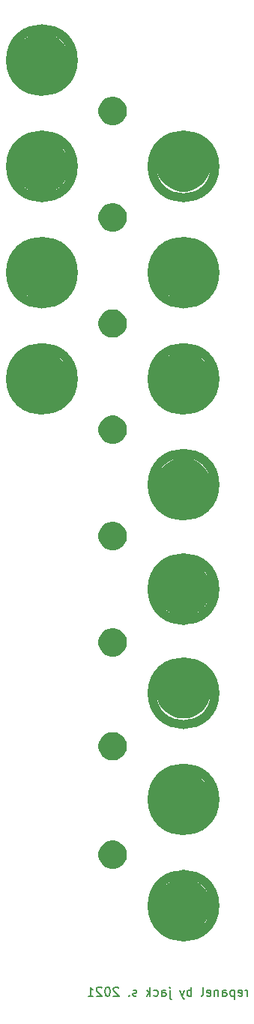
<source format=gbr>
G04 #@! TF.GenerationSoftware,KiCad,Pcbnew,(5.1.5-0)*
G04 #@! TF.CreationDate,2021-01-12T22:55:02-08:00*
G04 #@! TF.ProjectId,statues,73746174-7565-4732-9e6b-696361645f70,rev?*
G04 #@! TF.SameCoordinates,Original*
G04 #@! TF.FileFunction,Soldermask,Bot*
G04 #@! TF.FilePolarity,Negative*
%FSLAX46Y46*%
G04 Gerber Fmt 4.6, Leading zero omitted, Abs format (unit mm)*
G04 Created by KiCad (PCBNEW (5.1.5-0)) date 2021-01-12 22:55:02*
%MOMM*%
%LPD*%
G04 APERTURE LIST*
%ADD10C,0.150000*%
%ADD11C,1.000000*%
%ADD12C,0.100000*%
G04 APERTURE END LIST*
D10*
X35726190Y-221202380D02*
X35726190Y-220535714D01*
X35726190Y-220726190D02*
X35678571Y-220630952D01*
X35630952Y-220583333D01*
X35535714Y-220535714D01*
X35440476Y-220535714D01*
X34726190Y-221154761D02*
X34821428Y-221202380D01*
X35011904Y-221202380D01*
X35107142Y-221154761D01*
X35154761Y-221059523D01*
X35154761Y-220678571D01*
X35107142Y-220583333D01*
X35011904Y-220535714D01*
X34821428Y-220535714D01*
X34726190Y-220583333D01*
X34678571Y-220678571D01*
X34678571Y-220773809D01*
X35154761Y-220869047D01*
X34250000Y-220535714D02*
X34250000Y-221535714D01*
X34250000Y-220583333D02*
X34154761Y-220535714D01*
X33964285Y-220535714D01*
X33869047Y-220583333D01*
X33821428Y-220630952D01*
X33773809Y-220726190D01*
X33773809Y-221011904D01*
X33821428Y-221107142D01*
X33869047Y-221154761D01*
X33964285Y-221202380D01*
X34154761Y-221202380D01*
X34250000Y-221154761D01*
X32916666Y-221202380D02*
X32916666Y-220678571D01*
X32964285Y-220583333D01*
X33059523Y-220535714D01*
X33249999Y-220535714D01*
X33345238Y-220583333D01*
X32916666Y-221154761D02*
X33011904Y-221202380D01*
X33249999Y-221202380D01*
X33345238Y-221154761D01*
X33392857Y-221059523D01*
X33392857Y-220964285D01*
X33345238Y-220869047D01*
X33249999Y-220821428D01*
X33011904Y-220821428D01*
X32916666Y-220773809D01*
X32440476Y-220535714D02*
X32440476Y-221202380D01*
X32440476Y-220630952D02*
X32392857Y-220583333D01*
X32297619Y-220535714D01*
X32154761Y-220535714D01*
X32059523Y-220583333D01*
X32011904Y-220678571D01*
X32011904Y-221202380D01*
X31154761Y-221154761D02*
X31249999Y-221202380D01*
X31440476Y-221202380D01*
X31535714Y-221154761D01*
X31583333Y-221059523D01*
X31583333Y-220678571D01*
X31535714Y-220583333D01*
X31440476Y-220535714D01*
X31249999Y-220535714D01*
X31154761Y-220583333D01*
X31107142Y-220678571D01*
X31107142Y-220773809D01*
X31583333Y-220869047D01*
X30535714Y-221202380D02*
X30630952Y-221154761D01*
X30678571Y-221059523D01*
X30678571Y-220202380D01*
X29392857Y-221202380D02*
X29392857Y-220202380D01*
X29392857Y-220583333D02*
X29297619Y-220535714D01*
X29107142Y-220535714D01*
X29011904Y-220583333D01*
X28964285Y-220630952D01*
X28916666Y-220726190D01*
X28916666Y-221011904D01*
X28964285Y-221107142D01*
X29011904Y-221154761D01*
X29107142Y-221202380D01*
X29297619Y-221202380D01*
X29392857Y-221154761D01*
X28583333Y-220535714D02*
X28345238Y-221202380D01*
X28107142Y-220535714D02*
X28345238Y-221202380D01*
X28440476Y-221440476D01*
X28488095Y-221488095D01*
X28583333Y-221535714D01*
X26964285Y-220535714D02*
X26964285Y-221392857D01*
X27011904Y-221488095D01*
X27107142Y-221535714D01*
X27154761Y-221535714D01*
X26964285Y-220202380D02*
X27011904Y-220250000D01*
X26964285Y-220297619D01*
X26916666Y-220250000D01*
X26964285Y-220202380D01*
X26964285Y-220297619D01*
X26059523Y-221202380D02*
X26059523Y-220678571D01*
X26107142Y-220583333D01*
X26202380Y-220535714D01*
X26392857Y-220535714D01*
X26488095Y-220583333D01*
X26059523Y-221154761D02*
X26154761Y-221202380D01*
X26392857Y-221202380D01*
X26488095Y-221154761D01*
X26535714Y-221059523D01*
X26535714Y-220964285D01*
X26488095Y-220869047D01*
X26392857Y-220821428D01*
X26154761Y-220821428D01*
X26059523Y-220773809D01*
X25154761Y-221154761D02*
X25250000Y-221202380D01*
X25440476Y-221202380D01*
X25535714Y-221154761D01*
X25583333Y-221107142D01*
X25630952Y-221011904D01*
X25630952Y-220726190D01*
X25583333Y-220630952D01*
X25535714Y-220583333D01*
X25440476Y-220535714D01*
X25250000Y-220535714D01*
X25154761Y-220583333D01*
X24726190Y-221202380D02*
X24726190Y-220202380D01*
X24630952Y-220821428D02*
X24345238Y-221202380D01*
X24345238Y-220535714D02*
X24726190Y-220916666D01*
X23202380Y-221154761D02*
X23107142Y-221202380D01*
X22916666Y-221202380D01*
X22821428Y-221154761D01*
X22773809Y-221059523D01*
X22773809Y-221011904D01*
X22821428Y-220916666D01*
X22916666Y-220869047D01*
X23059523Y-220869047D01*
X23154761Y-220821428D01*
X23202380Y-220726190D01*
X23202380Y-220678571D01*
X23154761Y-220583333D01*
X23059523Y-220535714D01*
X22916666Y-220535714D01*
X22821428Y-220583333D01*
X22345238Y-221107142D02*
X22297619Y-221154761D01*
X22345238Y-221202380D01*
X22392857Y-221154761D01*
X22345238Y-221107142D01*
X22345238Y-221202380D01*
X21154761Y-220297619D02*
X21107142Y-220250000D01*
X21011904Y-220202380D01*
X20773809Y-220202380D01*
X20678571Y-220250000D01*
X20630952Y-220297619D01*
X20583333Y-220392857D01*
X20583333Y-220488095D01*
X20630952Y-220630952D01*
X21202380Y-221202380D01*
X20583333Y-221202380D01*
X19964285Y-220202380D02*
X19869047Y-220202380D01*
X19773809Y-220250000D01*
X19726190Y-220297619D01*
X19678571Y-220392857D01*
X19630952Y-220583333D01*
X19630952Y-220821428D01*
X19678571Y-221011904D01*
X19726190Y-221107142D01*
X19773809Y-221154761D01*
X19869047Y-221202380D01*
X19964285Y-221202380D01*
X20059523Y-221154761D01*
X20107142Y-221107142D01*
X20154761Y-221011904D01*
X20202380Y-220821428D01*
X20202380Y-220583333D01*
X20154761Y-220392857D01*
X20107142Y-220297619D01*
X20059523Y-220250000D01*
X19964285Y-220202380D01*
X19250000Y-220297619D02*
X19202380Y-220250000D01*
X19107142Y-220202380D01*
X18869047Y-220202380D01*
X18773809Y-220250000D01*
X18726190Y-220297619D01*
X18678571Y-220392857D01*
X18678571Y-220488095D01*
X18726190Y-220630952D01*
X19297619Y-221202380D01*
X18678571Y-221202380D01*
X17726190Y-221202380D02*
X18297619Y-221202380D01*
X18011904Y-221202380D02*
X18011904Y-220202380D01*
X18107142Y-220345238D01*
X18202380Y-220440476D01*
X18297619Y-220488095D01*
D11*
X32050000Y-211000000D02*
G75*
G03X32050000Y-211000000I-3550000J0D01*
G01*
X32050000Y-199000000D02*
G75*
G03X32050000Y-199000000I-3550000J0D01*
G01*
X32050000Y-187000000D02*
G75*
G03X32050000Y-187000000I-3550000J0D01*
G01*
X32050000Y-175250000D02*
G75*
G03X32050000Y-175250000I-3550000J0D01*
G01*
X32050000Y-163450000D02*
G75*
G03X32050000Y-163450000I-3550000J0D01*
G01*
X32050000Y-151500000D02*
G75*
G03X32050000Y-151500000I-3550000J0D01*
G01*
X16050000Y-151500000D02*
G75*
G03X16050000Y-151500000I-3550000J0D01*
G01*
X16050000Y-139500000D02*
G75*
G03X16050000Y-139500000I-3550000J0D01*
G01*
X32050000Y-139500000D02*
G75*
G03X32050000Y-139500000I-3550000J0D01*
G01*
X32050000Y-127500000D02*
G75*
G03X32050000Y-127500000I-3550000J0D01*
G01*
X16050000Y-127500000D02*
G75*
G03X16050000Y-127500000I-3550000J0D01*
G01*
X16050000Y-115500000D02*
G75*
G03X16050000Y-115500000I-3550000J0D01*
G01*
D12*
G36*
X29104975Y-207958585D02*
G01*
X29404528Y-208018170D01*
X29968874Y-208251930D01*
X30476772Y-208591296D01*
X30908704Y-209023228D01*
X31248070Y-209531126D01*
X31481830Y-210095472D01*
X31601000Y-210694578D01*
X31601000Y-211305422D01*
X31481830Y-211904528D01*
X31248070Y-212468874D01*
X30908704Y-212976772D01*
X30476772Y-213408704D01*
X29968874Y-213748070D01*
X29404528Y-213981830D01*
X29104975Y-214041415D01*
X28805423Y-214101000D01*
X28194577Y-214101000D01*
X27895025Y-214041415D01*
X27595472Y-213981830D01*
X27031126Y-213748070D01*
X26523228Y-213408704D01*
X26091296Y-212976772D01*
X25751930Y-212468874D01*
X25518170Y-211904528D01*
X25399000Y-211305422D01*
X25399000Y-210694578D01*
X25518170Y-210095472D01*
X25751930Y-209531126D01*
X26091296Y-209023228D01*
X26523228Y-208591296D01*
X27031126Y-208251930D01*
X27595472Y-208018170D01*
X27895025Y-207958585D01*
X28194577Y-207899000D01*
X28805423Y-207899000D01*
X29104975Y-207958585D01*
G37*
G36*
X20696217Y-203656665D02*
G01*
X20966995Y-203710525D01*
X21258358Y-203831212D01*
X21520578Y-204006422D01*
X21743578Y-204229422D01*
X21918788Y-204491642D01*
X22039475Y-204783005D01*
X22101000Y-205092315D01*
X22101000Y-205407685D01*
X22039475Y-205716995D01*
X21918788Y-206008358D01*
X21743578Y-206270578D01*
X21520578Y-206493578D01*
X21258358Y-206668788D01*
X20966995Y-206789475D01*
X20696217Y-206843335D01*
X20657686Y-206851000D01*
X20342314Y-206851000D01*
X20303783Y-206843335D01*
X20033005Y-206789475D01*
X19741642Y-206668788D01*
X19479422Y-206493578D01*
X19256422Y-206270578D01*
X19081212Y-206008358D01*
X18960525Y-205716995D01*
X18899000Y-205407685D01*
X18899000Y-205092315D01*
X18960525Y-204783005D01*
X19081212Y-204491642D01*
X19256422Y-204229422D01*
X19479422Y-204006422D01*
X19741642Y-203831212D01*
X20033005Y-203710525D01*
X20303783Y-203656665D01*
X20342314Y-203649000D01*
X20657686Y-203649000D01*
X20696217Y-203656665D01*
G37*
G36*
X29104975Y-195958585D02*
G01*
X29404528Y-196018170D01*
X29968874Y-196251930D01*
X30476772Y-196591296D01*
X30908704Y-197023228D01*
X31248070Y-197531126D01*
X31481830Y-198095472D01*
X31601000Y-198694578D01*
X31601000Y-199305422D01*
X31481830Y-199904528D01*
X31248070Y-200468874D01*
X30908704Y-200976772D01*
X30476772Y-201408704D01*
X29968874Y-201748070D01*
X29404528Y-201981830D01*
X29104975Y-202041415D01*
X28805423Y-202101000D01*
X28194577Y-202101000D01*
X27895025Y-202041415D01*
X27595472Y-201981830D01*
X27031126Y-201748070D01*
X26523228Y-201408704D01*
X26091296Y-200976772D01*
X25751930Y-200468874D01*
X25518170Y-199904528D01*
X25399000Y-199305422D01*
X25399000Y-198694578D01*
X25518170Y-198095472D01*
X25751930Y-197531126D01*
X26091296Y-197023228D01*
X26523228Y-196591296D01*
X27031126Y-196251930D01*
X27595472Y-196018170D01*
X27895025Y-195958585D01*
X28194577Y-195899000D01*
X28805423Y-195899000D01*
X29104975Y-195958585D01*
G37*
G36*
X20696217Y-191406665D02*
G01*
X20966995Y-191460525D01*
X21258358Y-191581212D01*
X21520578Y-191756422D01*
X21743578Y-191979422D01*
X21918788Y-192241642D01*
X22039475Y-192533005D01*
X22101000Y-192842315D01*
X22101000Y-193157685D01*
X22039475Y-193466995D01*
X21918788Y-193758358D01*
X21743578Y-194020578D01*
X21520578Y-194243578D01*
X21258358Y-194418788D01*
X20966995Y-194539475D01*
X20696217Y-194593335D01*
X20657686Y-194601000D01*
X20342314Y-194601000D01*
X20303783Y-194593335D01*
X20033005Y-194539475D01*
X19741642Y-194418788D01*
X19479422Y-194243578D01*
X19256422Y-194020578D01*
X19081212Y-193758358D01*
X18960525Y-193466995D01*
X18899000Y-193157685D01*
X18899000Y-192842315D01*
X18960525Y-192533005D01*
X19081212Y-192241642D01*
X19256422Y-191979422D01*
X19479422Y-191756422D01*
X19741642Y-191581212D01*
X20033005Y-191460525D01*
X20303783Y-191406665D01*
X20342314Y-191399000D01*
X20657686Y-191399000D01*
X20696217Y-191406665D01*
G37*
G36*
X29104975Y-183708585D02*
G01*
X29404528Y-183768170D01*
X29968874Y-184001930D01*
X30476772Y-184341296D01*
X30908704Y-184773228D01*
X31248070Y-185281126D01*
X31481830Y-185845472D01*
X31601000Y-186444578D01*
X31601000Y-187055422D01*
X31481830Y-187654528D01*
X31248070Y-188218874D01*
X30908704Y-188726772D01*
X30476772Y-189158704D01*
X29968874Y-189498070D01*
X29404528Y-189731830D01*
X29104975Y-189791415D01*
X28805423Y-189851000D01*
X28194577Y-189851000D01*
X27895025Y-189791415D01*
X27595472Y-189731830D01*
X27031126Y-189498070D01*
X26523228Y-189158704D01*
X26091296Y-188726772D01*
X25751930Y-188218874D01*
X25518170Y-187654528D01*
X25399000Y-187055422D01*
X25399000Y-186444578D01*
X25518170Y-185845472D01*
X25751930Y-185281126D01*
X26091296Y-184773228D01*
X26523228Y-184341296D01*
X27031126Y-184001930D01*
X27595472Y-183768170D01*
X27895025Y-183708585D01*
X28194577Y-183649000D01*
X28805423Y-183649000D01*
X29104975Y-183708585D01*
G37*
G36*
X20696217Y-179656665D02*
G01*
X20966995Y-179710525D01*
X21258358Y-179831212D01*
X21520578Y-180006422D01*
X21743578Y-180229422D01*
X21918788Y-180491642D01*
X22039475Y-180783005D01*
X22101000Y-181092315D01*
X22101000Y-181407685D01*
X22039475Y-181716995D01*
X21918788Y-182008358D01*
X21743578Y-182270578D01*
X21520578Y-182493578D01*
X21258358Y-182668788D01*
X20966995Y-182789475D01*
X20696217Y-182843335D01*
X20657686Y-182851000D01*
X20342314Y-182851000D01*
X20303783Y-182843335D01*
X20033005Y-182789475D01*
X19741642Y-182668788D01*
X19479422Y-182493578D01*
X19256422Y-182270578D01*
X19081212Y-182008358D01*
X18960525Y-181716995D01*
X18899000Y-181407685D01*
X18899000Y-181092315D01*
X18960525Y-180783005D01*
X19081212Y-180491642D01*
X19256422Y-180229422D01*
X19479422Y-180006422D01*
X19741642Y-179831212D01*
X20033005Y-179710525D01*
X20303783Y-179656665D01*
X20342314Y-179649000D01*
X20657686Y-179649000D01*
X20696217Y-179656665D01*
G37*
G36*
X29104975Y-172208585D02*
G01*
X29404528Y-172268170D01*
X29968874Y-172501930D01*
X30476772Y-172841296D01*
X30908704Y-173273228D01*
X31248070Y-173781126D01*
X31481830Y-174345472D01*
X31601000Y-174944578D01*
X31601000Y-175555422D01*
X31481830Y-176154528D01*
X31248070Y-176718874D01*
X30908704Y-177226772D01*
X30476772Y-177658704D01*
X29968874Y-177998070D01*
X29404528Y-178231830D01*
X29104975Y-178291415D01*
X28805423Y-178351000D01*
X28194577Y-178351000D01*
X27895025Y-178291415D01*
X27595472Y-178231830D01*
X27031126Y-177998070D01*
X26523228Y-177658704D01*
X26091296Y-177226772D01*
X25751930Y-176718874D01*
X25518170Y-176154528D01*
X25399000Y-175555422D01*
X25399000Y-174944578D01*
X25518170Y-174345472D01*
X25751930Y-173781126D01*
X26091296Y-173273228D01*
X26523228Y-172841296D01*
X27031126Y-172501930D01*
X27595472Y-172268170D01*
X27895025Y-172208585D01*
X28194577Y-172149000D01*
X28805423Y-172149000D01*
X29104975Y-172208585D01*
G37*
G36*
X20696217Y-167656665D02*
G01*
X20966995Y-167710525D01*
X21258358Y-167831212D01*
X21520578Y-168006422D01*
X21743578Y-168229422D01*
X21918788Y-168491642D01*
X22039475Y-168783005D01*
X22101000Y-169092315D01*
X22101000Y-169407685D01*
X22039475Y-169716995D01*
X21918788Y-170008358D01*
X21743578Y-170270578D01*
X21520578Y-170493578D01*
X21258358Y-170668788D01*
X20966995Y-170789475D01*
X20696217Y-170843335D01*
X20657686Y-170851000D01*
X20342314Y-170851000D01*
X20303783Y-170843335D01*
X20033005Y-170789475D01*
X19741642Y-170668788D01*
X19479422Y-170493578D01*
X19256422Y-170270578D01*
X19081212Y-170008358D01*
X18960525Y-169716995D01*
X18899000Y-169407685D01*
X18899000Y-169092315D01*
X18960525Y-168783005D01*
X19081212Y-168491642D01*
X19256422Y-168229422D01*
X19479422Y-168006422D01*
X19741642Y-167831212D01*
X20033005Y-167710525D01*
X20303783Y-167656665D01*
X20342314Y-167649000D01*
X20657686Y-167649000D01*
X20696217Y-167656665D01*
G37*
G36*
X29104975Y-160458585D02*
G01*
X29404528Y-160518170D01*
X29968874Y-160751930D01*
X30476772Y-161091296D01*
X30908704Y-161523228D01*
X31248070Y-162031126D01*
X31481830Y-162595472D01*
X31601000Y-163194578D01*
X31601000Y-163805422D01*
X31481830Y-164404528D01*
X31248070Y-164968874D01*
X30908704Y-165476772D01*
X30476772Y-165908704D01*
X29968874Y-166248070D01*
X29404528Y-166481830D01*
X29104975Y-166541415D01*
X28805423Y-166601000D01*
X28194577Y-166601000D01*
X27895025Y-166541415D01*
X27595472Y-166481830D01*
X27031126Y-166248070D01*
X26523228Y-165908704D01*
X26091296Y-165476772D01*
X25751930Y-164968874D01*
X25518170Y-164404528D01*
X25399000Y-163805422D01*
X25399000Y-163194578D01*
X25518170Y-162595472D01*
X25751930Y-162031126D01*
X26091296Y-161523228D01*
X26523228Y-161091296D01*
X27031126Y-160751930D01*
X27595472Y-160518170D01*
X27895025Y-160458585D01*
X28194577Y-160399000D01*
X28805423Y-160399000D01*
X29104975Y-160458585D01*
G37*
G36*
X20696217Y-155656665D02*
G01*
X20966995Y-155710525D01*
X21258358Y-155831212D01*
X21520578Y-156006422D01*
X21743578Y-156229422D01*
X21918788Y-156491642D01*
X22039475Y-156783005D01*
X22101000Y-157092315D01*
X22101000Y-157407685D01*
X22039475Y-157716995D01*
X21918788Y-158008358D01*
X21743578Y-158270578D01*
X21520578Y-158493578D01*
X21258358Y-158668788D01*
X20966995Y-158789475D01*
X20696217Y-158843335D01*
X20657686Y-158851000D01*
X20342314Y-158851000D01*
X20303783Y-158843335D01*
X20033005Y-158789475D01*
X19741642Y-158668788D01*
X19479422Y-158493578D01*
X19256422Y-158270578D01*
X19081212Y-158008358D01*
X18960525Y-157716995D01*
X18899000Y-157407685D01*
X18899000Y-157092315D01*
X18960525Y-156783005D01*
X19081212Y-156491642D01*
X19256422Y-156229422D01*
X19479422Y-156006422D01*
X19741642Y-155831212D01*
X20033005Y-155710525D01*
X20303783Y-155656665D01*
X20342314Y-155649000D01*
X20657686Y-155649000D01*
X20696217Y-155656665D01*
G37*
G36*
X13104975Y-148458585D02*
G01*
X13404528Y-148518170D01*
X13968874Y-148751930D01*
X14476772Y-149091296D01*
X14908704Y-149523228D01*
X15248070Y-150031126D01*
X15481830Y-150595472D01*
X15601000Y-151194578D01*
X15601000Y-151805422D01*
X15481830Y-152404528D01*
X15248070Y-152968874D01*
X14908704Y-153476772D01*
X14476772Y-153908704D01*
X13968874Y-154248070D01*
X13404528Y-154481830D01*
X13104975Y-154541415D01*
X12805423Y-154601000D01*
X12194577Y-154601000D01*
X11895025Y-154541415D01*
X11595472Y-154481830D01*
X11031126Y-154248070D01*
X10523228Y-153908704D01*
X10091296Y-153476772D01*
X9751930Y-152968874D01*
X9518170Y-152404528D01*
X9399000Y-151805422D01*
X9399000Y-151194578D01*
X9518170Y-150595472D01*
X9751930Y-150031126D01*
X10091296Y-149523228D01*
X10523228Y-149091296D01*
X11031126Y-148751930D01*
X11595472Y-148518170D01*
X11895025Y-148458585D01*
X12194577Y-148399000D01*
X12805423Y-148399000D01*
X13104975Y-148458585D01*
G37*
G36*
X29104975Y-148458585D02*
G01*
X29404528Y-148518170D01*
X29968874Y-148751930D01*
X30476772Y-149091296D01*
X30908704Y-149523228D01*
X31248070Y-150031126D01*
X31481830Y-150595472D01*
X31601000Y-151194578D01*
X31601000Y-151805422D01*
X31481830Y-152404528D01*
X31248070Y-152968874D01*
X30908704Y-153476772D01*
X30476772Y-153908704D01*
X29968874Y-154248070D01*
X29404528Y-154481830D01*
X29104975Y-154541415D01*
X28805423Y-154601000D01*
X28194577Y-154601000D01*
X27895025Y-154541415D01*
X27595472Y-154481830D01*
X27031126Y-154248070D01*
X26523228Y-153908704D01*
X26091296Y-153476772D01*
X25751930Y-152968874D01*
X25518170Y-152404528D01*
X25399000Y-151805422D01*
X25399000Y-151194578D01*
X25518170Y-150595472D01*
X25751930Y-150031126D01*
X26091296Y-149523228D01*
X26523228Y-149091296D01*
X27031126Y-148751930D01*
X27595472Y-148518170D01*
X27895025Y-148458585D01*
X28194577Y-148399000D01*
X28805423Y-148399000D01*
X29104975Y-148458585D01*
G37*
G36*
X20696217Y-143656665D02*
G01*
X20966995Y-143710525D01*
X21258358Y-143831212D01*
X21520578Y-144006422D01*
X21743578Y-144229422D01*
X21918788Y-144491642D01*
X22039475Y-144783005D01*
X22101000Y-145092315D01*
X22101000Y-145407685D01*
X22039475Y-145716995D01*
X21918788Y-146008358D01*
X21743578Y-146270578D01*
X21520578Y-146493578D01*
X21258358Y-146668788D01*
X20966995Y-146789475D01*
X20696217Y-146843335D01*
X20657686Y-146851000D01*
X20342314Y-146851000D01*
X20303783Y-146843335D01*
X20033005Y-146789475D01*
X19741642Y-146668788D01*
X19479422Y-146493578D01*
X19256422Y-146270578D01*
X19081212Y-146008358D01*
X18960525Y-145716995D01*
X18899000Y-145407685D01*
X18899000Y-145092315D01*
X18960525Y-144783005D01*
X19081212Y-144491642D01*
X19256422Y-144229422D01*
X19479422Y-144006422D01*
X19741642Y-143831212D01*
X20033005Y-143710525D01*
X20303783Y-143656665D01*
X20342314Y-143649000D01*
X20657686Y-143649000D01*
X20696217Y-143656665D01*
G37*
G36*
X29104975Y-136458585D02*
G01*
X29404528Y-136518170D01*
X29968874Y-136751930D01*
X30476772Y-137091296D01*
X30908704Y-137523228D01*
X31248070Y-138031126D01*
X31481830Y-138595472D01*
X31601000Y-139194578D01*
X31601000Y-139805422D01*
X31481830Y-140404528D01*
X31248070Y-140968874D01*
X30908704Y-141476772D01*
X30476772Y-141908704D01*
X29968874Y-142248070D01*
X29404528Y-142481830D01*
X29104975Y-142541415D01*
X28805423Y-142601000D01*
X28194577Y-142601000D01*
X27895025Y-142541415D01*
X27595472Y-142481830D01*
X27031126Y-142248070D01*
X26523228Y-141908704D01*
X26091296Y-141476772D01*
X25751930Y-140968874D01*
X25518170Y-140404528D01*
X25399000Y-139805422D01*
X25399000Y-139194578D01*
X25518170Y-138595472D01*
X25751930Y-138031126D01*
X26091296Y-137523228D01*
X26523228Y-137091296D01*
X27031126Y-136751930D01*
X27595472Y-136518170D01*
X27895025Y-136458585D01*
X28194577Y-136399000D01*
X28805423Y-136399000D01*
X29104975Y-136458585D01*
G37*
G36*
X13104975Y-136458585D02*
G01*
X13404528Y-136518170D01*
X13968874Y-136751930D01*
X14476772Y-137091296D01*
X14908704Y-137523228D01*
X15248070Y-138031126D01*
X15481830Y-138595472D01*
X15601000Y-139194578D01*
X15601000Y-139805422D01*
X15481830Y-140404528D01*
X15248070Y-140968874D01*
X14908704Y-141476772D01*
X14476772Y-141908704D01*
X13968874Y-142248070D01*
X13404528Y-142481830D01*
X13104975Y-142541415D01*
X12805423Y-142601000D01*
X12194577Y-142601000D01*
X11895025Y-142541415D01*
X11595472Y-142481830D01*
X11031126Y-142248070D01*
X10523228Y-141908704D01*
X10091296Y-141476772D01*
X9751930Y-140968874D01*
X9518170Y-140404528D01*
X9399000Y-139805422D01*
X9399000Y-139194578D01*
X9518170Y-138595472D01*
X9751930Y-138031126D01*
X10091296Y-137523228D01*
X10523228Y-137091296D01*
X11031126Y-136751930D01*
X11595472Y-136518170D01*
X11895025Y-136458585D01*
X12194577Y-136399000D01*
X12805423Y-136399000D01*
X13104975Y-136458585D01*
G37*
G36*
X20696217Y-131656665D02*
G01*
X20966995Y-131710525D01*
X21258358Y-131831212D01*
X21520578Y-132006422D01*
X21743578Y-132229422D01*
X21918788Y-132491642D01*
X22039475Y-132783005D01*
X22101000Y-133092315D01*
X22101000Y-133407685D01*
X22039475Y-133716995D01*
X21918788Y-134008358D01*
X21743578Y-134270578D01*
X21520578Y-134493578D01*
X21258358Y-134668788D01*
X20966995Y-134789475D01*
X20696217Y-134843335D01*
X20657686Y-134851000D01*
X20342314Y-134851000D01*
X20303783Y-134843335D01*
X20033005Y-134789475D01*
X19741642Y-134668788D01*
X19479422Y-134493578D01*
X19256422Y-134270578D01*
X19081212Y-134008358D01*
X18960525Y-133716995D01*
X18899000Y-133407685D01*
X18899000Y-133092315D01*
X18960525Y-132783005D01*
X19081212Y-132491642D01*
X19256422Y-132229422D01*
X19479422Y-132006422D01*
X19741642Y-131831212D01*
X20033005Y-131710525D01*
X20303783Y-131656665D01*
X20342314Y-131649000D01*
X20657686Y-131649000D01*
X20696217Y-131656665D01*
G37*
G36*
X13104975Y-124458585D02*
G01*
X13404528Y-124518170D01*
X13968874Y-124751930D01*
X14476772Y-125091296D01*
X14908704Y-125523228D01*
X15248070Y-126031126D01*
X15481830Y-126595472D01*
X15601000Y-127194578D01*
X15601000Y-127805422D01*
X15481830Y-128404528D01*
X15248070Y-128968874D01*
X14908704Y-129476772D01*
X14476772Y-129908704D01*
X13968874Y-130248070D01*
X13404528Y-130481830D01*
X13104975Y-130541415D01*
X12805423Y-130601000D01*
X12194577Y-130601000D01*
X11895025Y-130541415D01*
X11595472Y-130481830D01*
X11031126Y-130248070D01*
X10523228Y-129908704D01*
X10091296Y-129476772D01*
X9751930Y-128968874D01*
X9518170Y-128404528D01*
X9399000Y-127805422D01*
X9399000Y-127194578D01*
X9518170Y-126595472D01*
X9751930Y-126031126D01*
X10091296Y-125523228D01*
X10523228Y-125091296D01*
X11031126Y-124751930D01*
X11595472Y-124518170D01*
X11895025Y-124458585D01*
X12194577Y-124399000D01*
X12805423Y-124399000D01*
X13104975Y-124458585D01*
G37*
G36*
X29104975Y-124208585D02*
G01*
X29404528Y-124268170D01*
X29968874Y-124501930D01*
X30476772Y-124841296D01*
X30908704Y-125273228D01*
X31248070Y-125781126D01*
X31481830Y-126345472D01*
X31601000Y-126944578D01*
X31601000Y-127555422D01*
X31481830Y-128154528D01*
X31248070Y-128718874D01*
X30908704Y-129226772D01*
X30476772Y-129658704D01*
X29968874Y-129998070D01*
X29404528Y-130231830D01*
X29322884Y-130248070D01*
X28805423Y-130351000D01*
X28194577Y-130351000D01*
X27677116Y-130248070D01*
X27595472Y-130231830D01*
X27031126Y-129998070D01*
X26523228Y-129658704D01*
X26091296Y-129226772D01*
X25751930Y-128718874D01*
X25518170Y-128154528D01*
X25399000Y-127555422D01*
X25399000Y-126944578D01*
X25518170Y-126345472D01*
X25751930Y-125781126D01*
X26091296Y-125273228D01*
X26523228Y-124841296D01*
X27031126Y-124501930D01*
X27595472Y-124268170D01*
X27895025Y-124208585D01*
X28194577Y-124149000D01*
X28805423Y-124149000D01*
X29104975Y-124208585D01*
G37*
G36*
X20696217Y-119656665D02*
G01*
X20966995Y-119710525D01*
X21258358Y-119831212D01*
X21520578Y-120006422D01*
X21743578Y-120229422D01*
X21918788Y-120491642D01*
X22039475Y-120783005D01*
X22101000Y-121092315D01*
X22101000Y-121407685D01*
X22039475Y-121716995D01*
X21918788Y-122008358D01*
X21743578Y-122270578D01*
X21520578Y-122493578D01*
X21258358Y-122668788D01*
X20966995Y-122789475D01*
X20696217Y-122843335D01*
X20657686Y-122851000D01*
X20342314Y-122851000D01*
X20303783Y-122843335D01*
X20033005Y-122789475D01*
X19741642Y-122668788D01*
X19479422Y-122493578D01*
X19256422Y-122270578D01*
X19081212Y-122008358D01*
X18960525Y-121716995D01*
X18899000Y-121407685D01*
X18899000Y-121092315D01*
X18960525Y-120783005D01*
X19081212Y-120491642D01*
X19256422Y-120229422D01*
X19479422Y-120006422D01*
X19741642Y-119831212D01*
X20033005Y-119710525D01*
X20303783Y-119656665D01*
X20342314Y-119649000D01*
X20657686Y-119649000D01*
X20696217Y-119656665D01*
G37*
G36*
X13104975Y-112458585D02*
G01*
X13404528Y-112518170D01*
X13968874Y-112751930D01*
X14476772Y-113091296D01*
X14908704Y-113523228D01*
X15248070Y-114031126D01*
X15481830Y-114595472D01*
X15601000Y-115194578D01*
X15601000Y-115805422D01*
X15481830Y-116404528D01*
X15248070Y-116968874D01*
X14908704Y-117476772D01*
X14476772Y-117908704D01*
X13968874Y-118248070D01*
X13404528Y-118481830D01*
X13104975Y-118541415D01*
X12805423Y-118601000D01*
X12194577Y-118601000D01*
X11895025Y-118541415D01*
X11595472Y-118481830D01*
X11031126Y-118248070D01*
X10523228Y-117908704D01*
X10091296Y-117476772D01*
X9751930Y-116968874D01*
X9518170Y-116404528D01*
X9399000Y-115805422D01*
X9399000Y-115194578D01*
X9518170Y-114595472D01*
X9751930Y-114031126D01*
X10091296Y-113523228D01*
X10523228Y-113091296D01*
X11031126Y-112751930D01*
X11595472Y-112518170D01*
X11895025Y-112458585D01*
X12194577Y-112399000D01*
X12805423Y-112399000D01*
X13104975Y-112458585D01*
G37*
M02*

</source>
